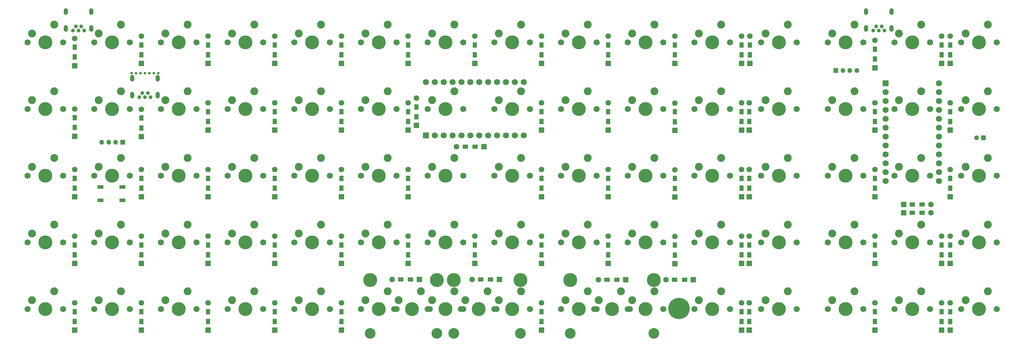
<source format=gbr>
%TF.GenerationSoftware,KiCad,Pcbnew,(5.1.7)-1*%
%TF.CreationDate,2021-02-07T19:51:08+07:00*%
%TF.ProjectId,75-pixels,37352d70-6978-4656-9c73-2e6b69636164,rev?*%
%TF.SameCoordinates,Original*%
%TF.FileFunction,Soldermask,Bot*%
%TF.FilePolarity,Negative*%
%FSLAX46Y46*%
G04 Gerber Fmt 4.6, Leading zero omitted, Abs format (unit mm)*
G04 Created by KiCad (PCBNEW (5.1.7)-1) date 2021-02-07 19:51:08*
%MOMM*%
%LPD*%
G01*
G04 APERTURE LIST*
%ADD10C,1.752600*%
%ADD11R,1.752600X1.752600*%
%ADD12C,2.250000*%
%ADD13C,3.987800*%
%ADD14C,1.750000*%
%ADD15C,3.048000*%
%ADD16O,1.350000X1.350000*%
%ADD17R,1.350000X1.350000*%
%ADD18C,0.787400*%
%ADD19O,1.200000X1.900000*%
%ADD20C,1.100000*%
%ADD21C,6.100000*%
%ADD22R,1.600000X1.600000*%
%ADD23C,1.600000*%
%ADD24R,1.200000X1.600000*%
%ADD25R,1.600000X1.200000*%
%ADD26R,1.700000X1.000000*%
G04 APERTURE END LIST*
D10*
%TO.C,U2*%
X280432500Y-39092500D03*
X265192500Y-67032500D03*
X280432500Y-41632500D03*
X280432500Y-44172500D03*
X280432500Y-46712500D03*
X280432500Y-49252500D03*
X280432500Y-51792500D03*
X280432500Y-54332500D03*
X280432500Y-56872500D03*
X280432500Y-59412500D03*
X280432500Y-61952500D03*
X280432500Y-64492500D03*
X280432500Y-67032500D03*
X265192500Y-64492500D03*
X265192500Y-61952500D03*
X265192500Y-59412500D03*
X265192500Y-56872500D03*
X265192500Y-54332500D03*
X265192500Y-51792500D03*
X265192500Y-49252500D03*
X265192500Y-46712500D03*
X265192500Y-44172500D03*
X265192500Y-41632500D03*
D11*
X265192500Y-39092500D03*
%TD*%
D10*
%TO.C,U1*%
X133873750Y-38786250D03*
X161813750Y-54026250D03*
X136413750Y-38786250D03*
X138953750Y-38786250D03*
X141493750Y-38786250D03*
X144033750Y-38786250D03*
X146573750Y-38786250D03*
X149113750Y-38786250D03*
X151653750Y-38786250D03*
X154193750Y-38786250D03*
X156733750Y-38786250D03*
X159273750Y-38786250D03*
X161813750Y-38786250D03*
X159273750Y-54026250D03*
X156733750Y-54026250D03*
X154193750Y-54026250D03*
X151653750Y-54026250D03*
X149113750Y-54026250D03*
X146573750Y-54026250D03*
X144033750Y-54026250D03*
X141493750Y-54026250D03*
X138953750Y-54026250D03*
X136413750Y-54026250D03*
D11*
X133873750Y-54026250D03*
%TD*%
D12*
%TO.C,MX_2u_1*%
X151490000Y-98495000D03*
D13*
X148950000Y-103575000D03*
D12*
X145140000Y-101035000D03*
D14*
X143870000Y-103575000D03*
X154030000Y-103575000D03*
D15*
X137043750Y-110560000D03*
X160856250Y-110560000D03*
D13*
X137043750Y-95320000D03*
X160856250Y-95320000D03*
%TD*%
D16*
%TO.C,RESET1*%
X291156250Y-54656250D03*
D17*
X293156250Y-54656250D03*
%TD*%
D18*
%TO.C,REF\u002A\u002A*%
X54843750Y-36214750D03*
X56113750Y-36214750D03*
X57383750Y-36214750D03*
X53573750Y-36214750D03*
X52303750Y-36214750D03*
%TD*%
D16*
%TO.C,J5*%
X256968750Y-35437500D03*
X254968750Y-35437500D03*
X252968750Y-35437500D03*
D17*
X250968750Y-35437500D03*
%TD*%
D19*
%TO.C,J4*%
X266900000Y-23437500D03*
X259600000Y-23437500D03*
D20*
X261650000Y-24037500D03*
X262450000Y-22837500D03*
X263250000Y-24037500D03*
X264050000Y-22837500D03*
X264850000Y-24037500D03*
D19*
X259600000Y-18617500D03*
X266900000Y-18617500D03*
%TD*%
D21*
%TO.C,Poker_oval_hole*%
X206156250Y-103406250D03*
%TD*%
D14*
%TO.C,MX0_13*%
X277855000Y-27375000D03*
X267695000Y-27375000D03*
D12*
X268965000Y-24835000D03*
D13*
X272775000Y-27375000D03*
D12*
X275315000Y-22295000D03*
%TD*%
D18*
%TO.C,REF\u002A\u002A*%
X49772500Y-36214750D03*
X51042500Y-36214750D03*
X54852500Y-36214750D03*
X53582500Y-36214750D03*
X52312500Y-36214750D03*
%TD*%
D14*
%TO.C,MX1_1*%
X49255000Y-46425000D03*
X39095000Y-46425000D03*
D12*
X40365000Y-43885000D03*
D13*
X44175000Y-46425000D03*
D12*
X46715000Y-41345000D03*
%TD*%
D14*
%TO.C,MX0_2*%
X68305000Y-27375000D03*
X58145000Y-27375000D03*
D12*
X59415000Y-24835000D03*
D13*
X63225000Y-27375000D03*
D12*
X65765000Y-22295000D03*
%TD*%
%TO.C,MX_2u_2*%
X189590000Y-98495000D03*
D13*
X187050000Y-103575000D03*
D12*
X183240000Y-101035000D03*
D14*
X181970000Y-103575000D03*
X192130000Y-103575000D03*
D15*
X175143750Y-110560000D03*
X198956250Y-110560000D03*
D13*
X175143750Y-95320000D03*
X198956250Y-95320000D03*
%TD*%
D12*
%TO.C,MX_2u_0*%
X132440000Y-98495000D03*
D13*
X129900000Y-103575000D03*
D12*
X126090000Y-101035000D03*
D14*
X124820000Y-103575000D03*
X134980000Y-103575000D03*
D15*
X117993750Y-110560000D03*
X141806250Y-110560000D03*
D13*
X117993750Y-95320000D03*
X141806250Y-95320000D03*
%TD*%
D16*
%TO.C,J3*%
X41250000Y-55968750D03*
X43250000Y-55968750D03*
X45250000Y-55968750D03*
D17*
X47250000Y-55968750D03*
%TD*%
D14*
%TO.C,MX0_1*%
X49255000Y-27375000D03*
X39095000Y-27375000D03*
D12*
X40365000Y-24835000D03*
D13*
X44175000Y-27375000D03*
D12*
X46715000Y-22295000D03*
%TD*%
D14*
%TO.C,MX0_0*%
X30205000Y-27375000D03*
X20045000Y-27375000D03*
D12*
X21315000Y-24835000D03*
D13*
X25125000Y-27375000D03*
D12*
X27665000Y-22295000D03*
%TD*%
D14*
%TO.C,MX0_3*%
X87355000Y-27375000D03*
X77195000Y-27375000D03*
D12*
X78465000Y-24835000D03*
D13*
X82275000Y-27375000D03*
D12*
X84815000Y-22295000D03*
%TD*%
D14*
%TO.C,MX0_5*%
X125455000Y-27375000D03*
X115295000Y-27375000D03*
D12*
X116565000Y-24835000D03*
D13*
X120375000Y-27375000D03*
D12*
X122915000Y-22295000D03*
%TD*%
D14*
%TO.C,MX0_6*%
X144505000Y-27375000D03*
X134345000Y-27375000D03*
D12*
X135615000Y-24835000D03*
D13*
X139425000Y-27375000D03*
D12*
X141965000Y-22295000D03*
%TD*%
D14*
%TO.C,MX0_8*%
X182605000Y-27375000D03*
X172445000Y-27375000D03*
D12*
X173715000Y-24835000D03*
D13*
X177525000Y-27375000D03*
D12*
X180065000Y-22295000D03*
%TD*%
D14*
%TO.C,MX0_9*%
X201655000Y-27375000D03*
X191495000Y-27375000D03*
D12*
X192765000Y-24835000D03*
D13*
X196575000Y-27375000D03*
D12*
X199115000Y-22295000D03*
%TD*%
D14*
%TO.C,MX0_11*%
X239755000Y-27375000D03*
X229595000Y-27375000D03*
D12*
X230865000Y-24835000D03*
D13*
X234675000Y-27375000D03*
D12*
X237215000Y-22295000D03*
%TD*%
D14*
%TO.C,MX0_12*%
X258805000Y-27375000D03*
X248645000Y-27375000D03*
D12*
X249915000Y-24835000D03*
D13*
X253725000Y-27375000D03*
D12*
X256265000Y-22295000D03*
%TD*%
D14*
%TO.C,MX1_0*%
X30205000Y-46425000D03*
X20045000Y-46425000D03*
D12*
X21315000Y-43885000D03*
D13*
X25125000Y-46425000D03*
D12*
X27665000Y-41345000D03*
%TD*%
D14*
%TO.C,MX1_2*%
X68305000Y-46425000D03*
X58145000Y-46425000D03*
D12*
X59415000Y-43885000D03*
D13*
X63225000Y-46425000D03*
D12*
X65765000Y-41345000D03*
%TD*%
D14*
%TO.C,MX1_3*%
X87355000Y-46425000D03*
X77195000Y-46425000D03*
D12*
X78465000Y-43885000D03*
D13*
X82275000Y-46425000D03*
D12*
X84815000Y-41345000D03*
%TD*%
D14*
%TO.C,MX1_4*%
X106405000Y-46425000D03*
X96245000Y-46425000D03*
D12*
X97515000Y-43885000D03*
D13*
X101325000Y-46425000D03*
D12*
X103865000Y-41345000D03*
%TD*%
D14*
%TO.C,MX1_5*%
X125455000Y-46425000D03*
X115295000Y-46425000D03*
D12*
X116565000Y-43885000D03*
D13*
X120375000Y-46425000D03*
D12*
X122915000Y-41345000D03*
%TD*%
D14*
%TO.C,MX1_6*%
X144505000Y-46425000D03*
X134345000Y-46425000D03*
D12*
X135615000Y-43885000D03*
D13*
X139425000Y-46425000D03*
D12*
X141965000Y-41345000D03*
%TD*%
D14*
%TO.C,MX1_7*%
X163555000Y-46425000D03*
X153395000Y-46425000D03*
D12*
X154665000Y-43885000D03*
D13*
X158475000Y-46425000D03*
D12*
X161015000Y-41345000D03*
%TD*%
D14*
%TO.C,MX1_8*%
X182605000Y-46425000D03*
X172445000Y-46425000D03*
D12*
X173715000Y-43885000D03*
D13*
X177525000Y-46425000D03*
D12*
X180065000Y-41345000D03*
%TD*%
D14*
%TO.C,MX1_9*%
X201655000Y-46425000D03*
X191495000Y-46425000D03*
D12*
X192765000Y-43885000D03*
D13*
X196575000Y-46425000D03*
D12*
X199115000Y-41345000D03*
%TD*%
D14*
%TO.C,MX1_10*%
X220705000Y-46425000D03*
X210545000Y-46425000D03*
D12*
X211815000Y-43885000D03*
D13*
X215625000Y-46425000D03*
D12*
X218165000Y-41345000D03*
%TD*%
D14*
%TO.C,MX1_11*%
X239755000Y-46425000D03*
X229595000Y-46425000D03*
D12*
X230865000Y-43885000D03*
D13*
X234675000Y-46425000D03*
D12*
X237215000Y-41345000D03*
%TD*%
D14*
%TO.C,MX1_12*%
X258805000Y-46425000D03*
X248645000Y-46425000D03*
D12*
X249915000Y-43885000D03*
D13*
X253725000Y-46425000D03*
D12*
X256265000Y-41345000D03*
%TD*%
D14*
%TO.C,MX1_13*%
X277855000Y-46425000D03*
X267695000Y-46425000D03*
D12*
X268965000Y-43885000D03*
D13*
X272775000Y-46425000D03*
D12*
X275315000Y-41345000D03*
%TD*%
D14*
%TO.C,MX2_0*%
X30205000Y-65475000D03*
X20045000Y-65475000D03*
D12*
X21315000Y-62935000D03*
D13*
X25125000Y-65475000D03*
D12*
X27665000Y-60395000D03*
%TD*%
D14*
%TO.C,MX2_1*%
X49255000Y-65475000D03*
X39095000Y-65475000D03*
D12*
X40365000Y-62935000D03*
D13*
X44175000Y-65475000D03*
D12*
X46715000Y-60395000D03*
%TD*%
D14*
%TO.C,MX2_2*%
X68305000Y-65475000D03*
X58145000Y-65475000D03*
D12*
X59415000Y-62935000D03*
D13*
X63225000Y-65475000D03*
D12*
X65765000Y-60395000D03*
%TD*%
D14*
%TO.C,MX2_3*%
X87355000Y-65475000D03*
X77195000Y-65475000D03*
D12*
X78465000Y-62935000D03*
D13*
X82275000Y-65475000D03*
D12*
X84815000Y-60395000D03*
%TD*%
D14*
%TO.C,MX2_4*%
X106405000Y-65475000D03*
X96245000Y-65475000D03*
D12*
X97515000Y-62935000D03*
D13*
X101325000Y-65475000D03*
D12*
X103865000Y-60395000D03*
%TD*%
D14*
%TO.C,MX2_5*%
X125455000Y-65475000D03*
X115295000Y-65475000D03*
D12*
X116565000Y-62935000D03*
D13*
X120375000Y-65475000D03*
D12*
X122915000Y-60395000D03*
%TD*%
D14*
%TO.C,MX2_6*%
X144505000Y-65475000D03*
X134345000Y-65475000D03*
D12*
X135615000Y-62935000D03*
D13*
X139425000Y-65475000D03*
D12*
X141965000Y-60395000D03*
%TD*%
D14*
%TO.C,MX2_7*%
X163555000Y-65475000D03*
X153395000Y-65475000D03*
D12*
X154665000Y-62935000D03*
D13*
X158475000Y-65475000D03*
D12*
X161015000Y-60395000D03*
%TD*%
D14*
%TO.C,MX2_8*%
X182605000Y-65475000D03*
X172445000Y-65475000D03*
D12*
X173715000Y-62935000D03*
D13*
X177525000Y-65475000D03*
D12*
X180065000Y-60395000D03*
%TD*%
D14*
%TO.C,MX2_9*%
X201655000Y-65475000D03*
X191495000Y-65475000D03*
D12*
X192765000Y-62935000D03*
D13*
X196575000Y-65475000D03*
D12*
X199115000Y-60395000D03*
%TD*%
D14*
%TO.C,MX2_10*%
X220705000Y-65475000D03*
X210545000Y-65475000D03*
D12*
X211815000Y-62935000D03*
D13*
X215625000Y-65475000D03*
D12*
X218165000Y-60395000D03*
%TD*%
D14*
%TO.C,MX2_11*%
X239755000Y-65475000D03*
X229595000Y-65475000D03*
D12*
X230865000Y-62935000D03*
D13*
X234675000Y-65475000D03*
D12*
X237215000Y-60395000D03*
%TD*%
D14*
%TO.C,MX2_12*%
X258805000Y-65475000D03*
X248645000Y-65475000D03*
D12*
X249915000Y-62935000D03*
D13*
X253725000Y-65475000D03*
D12*
X256265000Y-60395000D03*
%TD*%
D14*
%TO.C,MX2_13*%
X277855000Y-65475000D03*
X267695000Y-65475000D03*
D12*
X268965000Y-62935000D03*
D13*
X272775000Y-65475000D03*
D12*
X275315000Y-60395000D03*
%TD*%
D14*
%TO.C,MX3_0*%
X30205000Y-84525000D03*
X20045000Y-84525000D03*
D12*
X21315000Y-81985000D03*
D13*
X25125000Y-84525000D03*
D12*
X27665000Y-79445000D03*
%TD*%
D14*
%TO.C,MX3_1*%
X49255000Y-84525000D03*
X39095000Y-84525000D03*
D12*
X40365000Y-81985000D03*
D13*
X44175000Y-84525000D03*
D12*
X46715000Y-79445000D03*
%TD*%
D14*
%TO.C,MX3_2*%
X68305000Y-84525000D03*
X58145000Y-84525000D03*
D12*
X59415000Y-81985000D03*
D13*
X63225000Y-84525000D03*
D12*
X65765000Y-79445000D03*
%TD*%
D14*
%TO.C,MX3_3*%
X87355000Y-84525000D03*
X77195000Y-84525000D03*
D12*
X78465000Y-81985000D03*
D13*
X82275000Y-84525000D03*
D12*
X84815000Y-79445000D03*
%TD*%
D14*
%TO.C,MX3_4*%
X106405000Y-84525000D03*
X96245000Y-84525000D03*
D12*
X97515000Y-81985000D03*
D13*
X101325000Y-84525000D03*
D12*
X103865000Y-79445000D03*
%TD*%
D14*
%TO.C,MX3_5*%
X125455000Y-84525000D03*
X115295000Y-84525000D03*
D12*
X116565000Y-81985000D03*
D13*
X120375000Y-84525000D03*
D12*
X122915000Y-79445000D03*
%TD*%
D14*
%TO.C,MX3_6*%
X144505000Y-84525000D03*
X134345000Y-84525000D03*
D12*
X135615000Y-81985000D03*
D13*
X139425000Y-84525000D03*
D12*
X141965000Y-79445000D03*
%TD*%
D14*
%TO.C,MX3_7*%
X163555000Y-84525000D03*
X153395000Y-84525000D03*
D12*
X154665000Y-81985000D03*
D13*
X158475000Y-84525000D03*
D12*
X161015000Y-79445000D03*
%TD*%
D14*
%TO.C,MX3_8*%
X182605000Y-84525000D03*
X172445000Y-84525000D03*
D12*
X173715000Y-81985000D03*
D13*
X177525000Y-84525000D03*
D12*
X180065000Y-79445000D03*
%TD*%
D14*
%TO.C,MX3_9*%
X201655000Y-84525000D03*
X191495000Y-84525000D03*
D12*
X192765000Y-81985000D03*
D13*
X196575000Y-84525000D03*
D12*
X199115000Y-79445000D03*
%TD*%
D14*
%TO.C,MX3_10*%
X220705000Y-84525000D03*
X210545000Y-84525000D03*
D12*
X211815000Y-81985000D03*
D13*
X215625000Y-84525000D03*
D12*
X218165000Y-79445000D03*
%TD*%
D14*
%TO.C,MX3_11*%
X239755000Y-84525000D03*
X229595000Y-84525000D03*
D12*
X230865000Y-81985000D03*
D13*
X234675000Y-84525000D03*
D12*
X237215000Y-79445000D03*
%TD*%
D14*
%TO.C,MX3_12*%
X258805000Y-84525000D03*
X248645000Y-84525000D03*
D12*
X249915000Y-81985000D03*
D13*
X253725000Y-84525000D03*
D12*
X256265000Y-79445000D03*
%TD*%
D14*
%TO.C,MX3_13*%
X277855000Y-84525000D03*
X267695000Y-84525000D03*
D12*
X268965000Y-81985000D03*
D13*
X272775000Y-84525000D03*
D12*
X275315000Y-79445000D03*
%TD*%
D14*
%TO.C,MX4_0*%
X30205000Y-103575000D03*
X20045000Y-103575000D03*
D12*
X21315000Y-101035000D03*
D13*
X25125000Y-103575000D03*
D12*
X27665000Y-98495000D03*
%TD*%
D14*
%TO.C,MX4_1*%
X49255000Y-103575000D03*
X39095000Y-103575000D03*
D12*
X40365000Y-101035000D03*
D13*
X44175000Y-103575000D03*
D12*
X46715000Y-98495000D03*
%TD*%
D14*
%TO.C,MX4_2*%
X68305000Y-103575000D03*
X58145000Y-103575000D03*
D12*
X59415000Y-101035000D03*
D13*
X63225000Y-103575000D03*
D12*
X65765000Y-98495000D03*
%TD*%
D14*
%TO.C,MX4_3*%
X87355000Y-103575000D03*
X77195000Y-103575000D03*
D12*
X78465000Y-101035000D03*
D13*
X82275000Y-103575000D03*
D12*
X84815000Y-98495000D03*
%TD*%
D14*
%TO.C,MX4_4*%
X106405000Y-103575000D03*
X96245000Y-103575000D03*
D12*
X97515000Y-101035000D03*
D13*
X101325000Y-103575000D03*
D12*
X103865000Y-98495000D03*
%TD*%
D14*
%TO.C,MX4_5*%
X125455000Y-103575000D03*
X115295000Y-103575000D03*
D12*
X116565000Y-101035000D03*
D13*
X120375000Y-103575000D03*
D12*
X122915000Y-98495000D03*
%TD*%
D14*
%TO.C,MX4_6*%
X144505000Y-103575000D03*
X134345000Y-103575000D03*
D12*
X135615000Y-101035000D03*
D13*
X139425000Y-103575000D03*
D12*
X141965000Y-98495000D03*
%TD*%
D14*
%TO.C,MX4_7*%
X163555000Y-103575000D03*
X153395000Y-103575000D03*
D12*
X154665000Y-101035000D03*
D13*
X158475000Y-103575000D03*
D12*
X161015000Y-98495000D03*
%TD*%
D14*
%TO.C,MX4_8*%
X182605000Y-103575000D03*
X172445000Y-103575000D03*
D12*
X173715000Y-101035000D03*
D13*
X177525000Y-103575000D03*
D12*
X180065000Y-98495000D03*
%TD*%
D14*
%TO.C,MX4_9*%
X201655000Y-103575000D03*
X191495000Y-103575000D03*
D12*
X192765000Y-101035000D03*
D13*
X196575000Y-103575000D03*
D12*
X199115000Y-98495000D03*
%TD*%
D14*
%TO.C,MX4_10*%
X220705000Y-103575000D03*
X210545000Y-103575000D03*
D12*
X211815000Y-101035000D03*
D13*
X215625000Y-103575000D03*
D12*
X218165000Y-98495000D03*
%TD*%
D14*
%TO.C,MX4_11*%
X239755000Y-103575000D03*
X229595000Y-103575000D03*
D12*
X230865000Y-101035000D03*
D13*
X234675000Y-103575000D03*
D12*
X237215000Y-98495000D03*
%TD*%
D14*
%TO.C,MX4_12*%
X258805000Y-103575000D03*
X248645000Y-103575000D03*
D12*
X249915000Y-101035000D03*
D13*
X253725000Y-103575000D03*
D12*
X256265000Y-98495000D03*
%TD*%
D14*
%TO.C,MX4_13*%
X277855000Y-103575000D03*
X267695000Y-103575000D03*
D12*
X268965000Y-101035000D03*
D13*
X272775000Y-103575000D03*
D12*
X275315000Y-98495000D03*
%TD*%
D14*
%TO.C,MX0_7*%
X163555000Y-27375000D03*
X153395000Y-27375000D03*
D12*
X154665000Y-24835000D03*
D13*
X158475000Y-27375000D03*
D12*
X161015000Y-22295000D03*
%TD*%
D14*
%TO.C,MX0_4*%
X106405000Y-27375000D03*
X96245000Y-27375000D03*
D12*
X97515000Y-24835000D03*
D13*
X101325000Y-27375000D03*
D12*
X103865000Y-22295000D03*
%TD*%
D14*
%TO.C,MX0_10*%
X220705000Y-27375000D03*
X210545000Y-27375000D03*
D12*
X211815000Y-24835000D03*
D13*
X215625000Y-27375000D03*
D12*
X218165000Y-22295000D03*
%TD*%
D14*
%TO.C,MX0_14*%
X296905000Y-27375000D03*
X286745000Y-27375000D03*
D12*
X288015000Y-24835000D03*
D13*
X291825000Y-27375000D03*
D12*
X294365000Y-22295000D03*
%TD*%
D14*
%TO.C,MX1_14*%
X296905000Y-46425000D03*
X286745000Y-46425000D03*
D12*
X288015000Y-43885000D03*
D13*
X291825000Y-46425000D03*
D12*
X294365000Y-41345000D03*
%TD*%
D14*
%TO.C,MX2_14*%
X296905000Y-65475000D03*
X286745000Y-65475000D03*
D12*
X288015000Y-62935000D03*
D13*
X291825000Y-65475000D03*
D12*
X294365000Y-60395000D03*
%TD*%
D14*
%TO.C,MX3_14*%
X296905000Y-84525000D03*
X286745000Y-84525000D03*
D12*
X288015000Y-81985000D03*
D13*
X291825000Y-84525000D03*
D12*
X294365000Y-79445000D03*
%TD*%
D14*
%TO.C,MX4_14*%
X296905000Y-103575000D03*
X286745000Y-103575000D03*
D12*
X288015000Y-101035000D03*
D13*
X291825000Y-103575000D03*
D12*
X294365000Y-98495000D03*
%TD*%
D19*
%TO.C,J2*%
X57281250Y-42468750D03*
X49981250Y-42468750D03*
D20*
X52031250Y-43068750D03*
X52831250Y-41868750D03*
X53631250Y-43068750D03*
X54431250Y-41868750D03*
X55231250Y-43068750D03*
D19*
X49981250Y-37648750D03*
X57281250Y-37648750D03*
%TD*%
%TO.C,J1*%
X38287500Y-23437500D03*
X30987500Y-23437500D03*
D20*
X33037500Y-24037500D03*
X33837500Y-22837500D03*
X34637500Y-24037500D03*
X35437500Y-22837500D03*
X36237500Y-24037500D03*
D19*
X30987500Y-18617500D03*
X38287500Y-18617500D03*
%TD*%
D22*
%TO.C,D4_14*%
X283687500Y-109631250D03*
D23*
X283687500Y-101831250D03*
D24*
X283687500Y-107131250D03*
X283687500Y-104331250D03*
%TD*%
D22*
%TO.C,D4_13*%
X281212500Y-109631250D03*
D23*
X281212500Y-101831250D03*
D24*
X281212500Y-107131250D03*
X281212500Y-104331250D03*
%TD*%
D22*
%TO.C,D4_12*%
X262162500Y-109631250D03*
D23*
X262162500Y-101831250D03*
D24*
X262162500Y-107131250D03*
X262162500Y-104331250D03*
%TD*%
D22*
%TO.C,D4_11*%
X226237500Y-109631250D03*
D23*
X226237500Y-101831250D03*
D24*
X226237500Y-107131250D03*
X226237500Y-104331250D03*
%TD*%
D22*
%TO.C,D4_10*%
X224062500Y-109631250D03*
D23*
X224062500Y-101831250D03*
D24*
X224062500Y-107131250D03*
X224062500Y-104331250D03*
%TD*%
D22*
%TO.C,D4_9*%
X210243750Y-95250000D03*
D23*
X202443750Y-95250000D03*
D25*
X207743750Y-95250000D03*
X204943750Y-95250000D03*
%TD*%
D22*
%TO.C,D4_8*%
X190931250Y-95250000D03*
D23*
X183131250Y-95250000D03*
D25*
X188431250Y-95250000D03*
X185631250Y-95250000D03*
%TD*%
D22*
%TO.C,D4_7*%
X166912500Y-109631250D03*
D23*
X166912500Y-101831250D03*
D24*
X166912500Y-107131250D03*
X166912500Y-104331250D03*
%TD*%
D22*
%TO.C,D4_6*%
X154837500Y-95156250D03*
D23*
X147037500Y-95156250D03*
D25*
X152337500Y-95156250D03*
X149537500Y-95156250D03*
%TD*%
D22*
%TO.C,D4_5*%
X131993750Y-95156250D03*
D23*
X124193750Y-95156250D03*
D25*
X129493750Y-95156250D03*
X126693750Y-95156250D03*
%TD*%
D22*
%TO.C,D4_4*%
X109762500Y-109631250D03*
D23*
X109762500Y-101831250D03*
D24*
X109762500Y-107131250D03*
X109762500Y-104331250D03*
%TD*%
D22*
%TO.C,D4_3*%
X90712500Y-109631250D03*
D23*
X90712500Y-101831250D03*
D24*
X90712500Y-107131250D03*
X90712500Y-104331250D03*
%TD*%
D22*
%TO.C,D4_2*%
X71662500Y-109631250D03*
D23*
X71662500Y-101831250D03*
D24*
X71662500Y-107131250D03*
X71662500Y-104331250D03*
%TD*%
D22*
%TO.C,D4_1*%
X52612500Y-109631250D03*
D23*
X52612500Y-101831250D03*
D24*
X52612500Y-107131250D03*
X52612500Y-104331250D03*
%TD*%
D22*
%TO.C,D4_0*%
X33562500Y-109631250D03*
D23*
X33562500Y-101831250D03*
D24*
X33562500Y-107131250D03*
X33562500Y-104331250D03*
%TD*%
D22*
%TO.C,D3_14*%
X283687500Y-90581250D03*
D23*
X283687500Y-82781250D03*
D24*
X283687500Y-88081250D03*
X283687500Y-85281250D03*
%TD*%
D22*
%TO.C,D3_13*%
X281212500Y-90581250D03*
D23*
X281212500Y-82781250D03*
D24*
X281212500Y-88081250D03*
X281212500Y-85281250D03*
%TD*%
D22*
%TO.C,D3_12*%
X262162500Y-90581250D03*
D23*
X262162500Y-82781250D03*
D24*
X262162500Y-88081250D03*
X262162500Y-85281250D03*
%TD*%
D22*
%TO.C,D3_11*%
X226237500Y-90581250D03*
D23*
X226237500Y-82781250D03*
D24*
X226237500Y-88081250D03*
X226237500Y-85281250D03*
%TD*%
D22*
%TO.C,D3_10*%
X224062500Y-90581250D03*
D23*
X224062500Y-82781250D03*
D24*
X224062500Y-88081250D03*
X224062500Y-85281250D03*
%TD*%
D22*
%TO.C,D3_9*%
X205031250Y-90656250D03*
D23*
X205031250Y-82856250D03*
D24*
X205031250Y-88156250D03*
X205031250Y-85356250D03*
%TD*%
D22*
%TO.C,D3_8*%
X185962500Y-90581250D03*
D23*
X185962500Y-82781250D03*
D24*
X185962500Y-88081250D03*
X185962500Y-85281250D03*
%TD*%
D22*
%TO.C,D3_7*%
X166912500Y-90581250D03*
D23*
X166912500Y-82781250D03*
D24*
X166912500Y-88081250D03*
X166912500Y-85281250D03*
%TD*%
D22*
%TO.C,D3_6*%
X147862500Y-90581250D03*
D23*
X147862500Y-82781250D03*
D24*
X147862500Y-88081250D03*
X147862500Y-85281250D03*
%TD*%
D22*
%TO.C,D3_5*%
X128812500Y-90581250D03*
D23*
X128812500Y-82781250D03*
D24*
X128812500Y-88081250D03*
X128812500Y-85281250D03*
%TD*%
D22*
%TO.C,D3_4*%
X109762500Y-90581250D03*
D23*
X109762500Y-82781250D03*
D24*
X109762500Y-88081250D03*
X109762500Y-85281250D03*
%TD*%
D22*
%TO.C,D3_3*%
X90712500Y-90581250D03*
D23*
X90712500Y-82781250D03*
D24*
X90712500Y-88081250D03*
X90712500Y-85281250D03*
%TD*%
D22*
%TO.C,D3_2*%
X71662500Y-90581250D03*
D23*
X71662500Y-82781250D03*
D24*
X71662500Y-88081250D03*
X71662500Y-85281250D03*
%TD*%
D22*
%TO.C,D3_1*%
X52612500Y-90581250D03*
D23*
X52612500Y-82781250D03*
D24*
X52612500Y-88081250D03*
X52612500Y-85281250D03*
%TD*%
D22*
%TO.C,D3_0*%
X33562500Y-90581250D03*
D23*
X33562500Y-82781250D03*
D24*
X33562500Y-88081250D03*
X33562500Y-85281250D03*
%TD*%
D22*
%TO.C,D2_14*%
X283687500Y-71531250D03*
D23*
X283687500Y-63731250D03*
D24*
X283687500Y-69031250D03*
X283687500Y-66231250D03*
%TD*%
D22*
%TO.C,D2_13*%
X270318750Y-76125000D03*
D23*
X278118750Y-76125000D03*
D25*
X272818750Y-76125000D03*
X275618750Y-76125000D03*
%TD*%
D22*
%TO.C,D2_12*%
X262162500Y-71531250D03*
D23*
X262162500Y-63731250D03*
D24*
X262162500Y-69031250D03*
X262162500Y-66231250D03*
%TD*%
D22*
%TO.C,D2_11*%
X226237500Y-71531250D03*
D23*
X226237500Y-63731250D03*
D24*
X226237500Y-69031250D03*
X226237500Y-66231250D03*
%TD*%
D22*
%TO.C,D2_10*%
X224062500Y-71531250D03*
D23*
X224062500Y-63731250D03*
D24*
X224062500Y-69031250D03*
X224062500Y-66231250D03*
%TD*%
D22*
%TO.C,D2_9*%
X205031250Y-71606250D03*
D23*
X205031250Y-63806250D03*
D24*
X205031250Y-69106250D03*
X205031250Y-66306250D03*
%TD*%
D22*
%TO.C,D2_8*%
X185962500Y-71531250D03*
D23*
X185962500Y-63731250D03*
D24*
X185962500Y-69031250D03*
X185962500Y-66231250D03*
%TD*%
D22*
%TO.C,D2_7*%
X166912500Y-71531250D03*
D23*
X166912500Y-63731250D03*
D24*
X166912500Y-69031250D03*
X166912500Y-66231250D03*
%TD*%
D22*
%TO.C,D2_6*%
X150431250Y-57187500D03*
D23*
X142631250Y-57187500D03*
D25*
X147931250Y-57187500D03*
X145131250Y-57187500D03*
%TD*%
D22*
%TO.C,D2_5*%
X128812500Y-71531250D03*
D23*
X128812500Y-63731250D03*
D24*
X128812500Y-69031250D03*
X128812500Y-66231250D03*
%TD*%
D22*
%TO.C,D2_4*%
X109762500Y-71531250D03*
D23*
X109762500Y-63731250D03*
D24*
X109762500Y-69031250D03*
X109762500Y-66231250D03*
%TD*%
D26*
%TO.C,SW1*%
X40912500Y-72493750D03*
X47212500Y-72493750D03*
X40912500Y-68693750D03*
X47212500Y-68693750D03*
%TD*%
D22*
%TO.C,D2_3*%
X90712500Y-71531250D03*
D23*
X90712500Y-63731250D03*
D24*
X90712500Y-69031250D03*
X90712500Y-66231250D03*
%TD*%
D22*
%TO.C,D2_2*%
X71662500Y-71531250D03*
D23*
X71662500Y-63731250D03*
D24*
X71662500Y-69031250D03*
X71662500Y-66231250D03*
%TD*%
D22*
%TO.C,D2_1*%
X52612500Y-71531250D03*
D23*
X52612500Y-63731250D03*
D24*
X52612500Y-69031250D03*
X52612500Y-66231250D03*
%TD*%
D22*
%TO.C,D2_0*%
X33562500Y-71531250D03*
D23*
X33562500Y-63731250D03*
D24*
X33562500Y-69031250D03*
X33562500Y-66231250D03*
%TD*%
D22*
%TO.C,D1_14*%
X283687500Y-52481250D03*
D23*
X283687500Y-44681250D03*
D24*
X283687500Y-49981250D03*
X283687500Y-47181250D03*
%TD*%
D22*
%TO.C,D1_13*%
X270318750Y-73687500D03*
D23*
X278118750Y-73687500D03*
D25*
X272818750Y-73687500D03*
X275618750Y-73687500D03*
%TD*%
D22*
%TO.C,D1_12*%
X262162500Y-52481250D03*
D23*
X262162500Y-44681250D03*
D24*
X262162500Y-49981250D03*
X262162500Y-47181250D03*
%TD*%
D22*
%TO.C,D1_11*%
X226237500Y-52481250D03*
D23*
X226237500Y-44681250D03*
D24*
X226237500Y-49981250D03*
X226237500Y-47181250D03*
%TD*%
D22*
%TO.C,D1_10*%
X224062500Y-52481250D03*
D23*
X224062500Y-44681250D03*
D24*
X224062500Y-49981250D03*
X224062500Y-47181250D03*
%TD*%
D22*
%TO.C,D1_9*%
X205031250Y-52556250D03*
D23*
X205031250Y-44756250D03*
D24*
X205031250Y-50056250D03*
X205031250Y-47256250D03*
%TD*%
D22*
%TO.C,D1_8*%
X185962500Y-52481250D03*
D23*
X185962500Y-44681250D03*
D24*
X185962500Y-49981250D03*
X185962500Y-47181250D03*
%TD*%
D22*
%TO.C,D1_7*%
X166912500Y-52481250D03*
D23*
X166912500Y-44681250D03*
D24*
X166912500Y-49981250D03*
X166912500Y-47181250D03*
%TD*%
D22*
%TO.C,D1_6*%
X131156250Y-51150000D03*
D23*
X131156250Y-43350000D03*
D24*
X131156250Y-48650000D03*
X131156250Y-45850000D03*
%TD*%
D22*
%TO.C,D1_5*%
X128812500Y-52481250D03*
D23*
X128812500Y-44681250D03*
D24*
X128812500Y-49981250D03*
X128812500Y-47181250D03*
%TD*%
D22*
%TO.C,D1_4*%
X109762500Y-52481250D03*
D23*
X109762500Y-44681250D03*
D24*
X109762500Y-49981250D03*
X109762500Y-47181250D03*
%TD*%
D22*
%TO.C,D1_3*%
X90712500Y-52481250D03*
D23*
X90712500Y-44681250D03*
D24*
X90712500Y-49981250D03*
X90712500Y-47181250D03*
%TD*%
D22*
%TO.C,D1_2*%
X71662500Y-52481250D03*
D23*
X71662500Y-44681250D03*
D24*
X71662500Y-49981250D03*
X71662500Y-47181250D03*
%TD*%
D22*
%TO.C,D1_1*%
X52593750Y-54337500D03*
D23*
X52593750Y-46537500D03*
D24*
X52593750Y-51837500D03*
X52593750Y-49037500D03*
%TD*%
D22*
%TO.C,D1_0*%
X33562500Y-54243750D03*
D23*
X33562500Y-46443750D03*
D24*
X33562500Y-51743750D03*
X33562500Y-48943750D03*
%TD*%
D22*
%TO.C,D0_14*%
X283687500Y-33431250D03*
D23*
X283687500Y-25631250D03*
D24*
X283687500Y-30931250D03*
X283687500Y-28131250D03*
%TD*%
D22*
%TO.C,D0_13*%
X281212500Y-33431250D03*
D23*
X281212500Y-25631250D03*
D24*
X281212500Y-30931250D03*
X281212500Y-28131250D03*
%TD*%
D22*
%TO.C,D0_12*%
X262162500Y-34650000D03*
D23*
X262162500Y-26850000D03*
D24*
X262162500Y-32150000D03*
X262162500Y-29350000D03*
%TD*%
D22*
%TO.C,D0_11*%
X226406250Y-33431250D03*
D23*
X226406250Y-25631250D03*
D24*
X226406250Y-30931250D03*
X226406250Y-28131250D03*
%TD*%
D22*
%TO.C,D0_10*%
X224062500Y-33431250D03*
D23*
X224062500Y-25631250D03*
D24*
X224062500Y-30931250D03*
X224062500Y-28131250D03*
%TD*%
D22*
%TO.C,D0_9*%
X205012500Y-33431250D03*
D23*
X205012500Y-25631250D03*
D24*
X205012500Y-30931250D03*
X205012500Y-28131250D03*
%TD*%
D22*
%TO.C,D0_8*%
X185962500Y-33431250D03*
D23*
X185962500Y-25631250D03*
D24*
X185962500Y-30931250D03*
X185962500Y-28131250D03*
%TD*%
D22*
%TO.C,D0_7*%
X166912500Y-33431250D03*
D23*
X166912500Y-25631250D03*
D24*
X166912500Y-30931250D03*
X166912500Y-28131250D03*
%TD*%
D22*
%TO.C,D0_6*%
X147862500Y-33431250D03*
D23*
X147862500Y-25631250D03*
D24*
X147862500Y-30931250D03*
X147862500Y-28131250D03*
%TD*%
D22*
%TO.C,D0_5*%
X128812500Y-33431250D03*
D23*
X128812500Y-25631250D03*
D24*
X128812500Y-30931250D03*
X128812500Y-28131250D03*
%TD*%
D22*
%TO.C,D0_4*%
X109762500Y-33431250D03*
D23*
X109762500Y-25631250D03*
D24*
X109762500Y-30931250D03*
X109762500Y-28131250D03*
%TD*%
D22*
%TO.C,D0_3*%
X90712500Y-33431250D03*
D23*
X90712500Y-25631250D03*
D24*
X90712500Y-30931250D03*
X90712500Y-28131250D03*
%TD*%
D22*
%TO.C,D0_2*%
X71662500Y-33431250D03*
D23*
X71662500Y-25631250D03*
D24*
X71662500Y-30931250D03*
X71662500Y-28131250D03*
%TD*%
D22*
%TO.C,D0_1*%
X52612500Y-33431250D03*
D23*
X52612500Y-25631250D03*
D24*
X52612500Y-30931250D03*
X52612500Y-28131250D03*
%TD*%
D22*
%TO.C,D0_0*%
X33562500Y-34087500D03*
D23*
X33562500Y-26287500D03*
D24*
X33562500Y-31587500D03*
X33562500Y-28787500D03*
%TD*%
M02*

</source>
